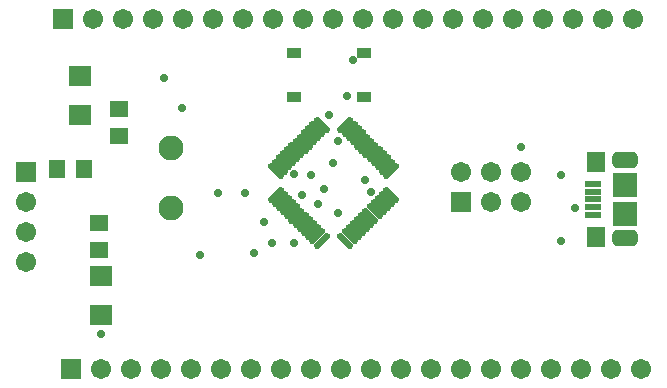
<source format=gts>
G04*
G04 #@! TF.GenerationSoftware,Altium Limited,Altium Designer,22.6.1 (34)*
G04*
G04 Layer_Color=8388736*
%FSLAX44Y44*%
%MOMM*%
G71*
G04*
G04 #@! TF.SameCoordinates,A72CB605-F9DB-4195-8002-294397CB98EC*
G04*
G04*
G04 #@! TF.FilePolarity,Negative*
G04*
G01*
G75*
%ADD25R,1.2032X0.9032*%
%ADD26R,1.8542X1.7272*%
G04:AMPARAMS|DCode=27|XSize=0.4832mm|YSize=1.7632mm|CornerRadius=0.1716mm|HoleSize=0mm|Usage=FLASHONLY|Rotation=45.000|XOffset=0mm|YOffset=0mm|HoleType=Round|Shape=RoundedRectangle|*
%AMROUNDEDRECTD27*
21,1,0.4832,1.4200,0,0,45.0*
21,1,0.1400,1.7632,0,0,45.0*
1,1,0.3432,0.5515,-0.4526*
1,1,0.3432,0.4526,-0.5515*
1,1,0.3432,-0.5515,0.4526*
1,1,0.3432,-0.4526,0.5515*
%
%ADD27ROUNDEDRECTD27*%
G04:AMPARAMS|DCode=28|XSize=0.4832mm|YSize=1.7632mm|CornerRadius=0.1716mm|HoleSize=0mm|Usage=FLASHONLY|Rotation=135.000|XOffset=0mm|YOffset=0mm|HoleType=Round|Shape=RoundedRectangle|*
%AMROUNDEDRECTD28*
21,1,0.4832,1.4200,0,0,135.0*
21,1,0.1400,1.7632,0,0,135.0*
1,1,0.3432,0.4526,0.5515*
1,1,0.3432,0.5515,0.4526*
1,1,0.3432,-0.4526,-0.5515*
1,1,0.3432,-0.5515,-0.4526*
%
%ADD28ROUNDEDRECTD28*%
%ADD29R,1.6002X1.4732*%
%ADD30R,1.4732X1.6002*%
%ADD31R,2.1032X2.1032*%
%ADD32R,1.4500X0.5000*%
%ADD33R,1.6032X1.8032*%
%ADD34C,2.1082*%
%ADD35C,1.7032*%
%ADD36R,1.7032X1.7032*%
G04:AMPARAMS|DCode=37|XSize=2.2032mm|YSize=1.4032mm|CornerRadius=0.4616mm|HoleSize=0mm|Usage=FLASHONLY|Rotation=180.000|XOffset=0mm|YOffset=0mm|HoleType=Round|Shape=RoundedRectangle|*
%AMROUNDEDRECTD37*
21,1,2.2032,0.4800,0,0,180.0*
21,1,1.2800,1.4032,0,0,180.0*
1,1,0.9232,-0.6400,0.2400*
1,1,0.9232,0.6400,0.2400*
1,1,0.9232,0.6400,-0.2400*
1,1,0.9232,-0.6400,-0.2400*
%
%ADD37ROUNDEDRECTD37*%
%ADD38R,1.7032X1.7032*%
%ADD39C,0.7112*%
D25*
X690090Y1012910D02*
D03*
X750090D02*
D03*
X690090Y975910D02*
D03*
X750090D02*
D03*
D26*
X509524Y960120D02*
D03*
Y993140D02*
D03*
X526796Y824230D02*
D03*
Y791210D02*
D03*
D27*
X674898Y913082D02*
D03*
X678433Y916617D02*
D03*
X681969Y920153D02*
D03*
X685504Y923688D02*
D03*
X689040Y927224D02*
D03*
X692575Y930759D02*
D03*
X696111Y934295D02*
D03*
X699646Y937830D02*
D03*
X703182Y941366D02*
D03*
X706717Y944901D02*
D03*
X710253Y948437D02*
D03*
X713788Y951973D02*
D03*
X772903Y892858D02*
D03*
X769367Y889323D02*
D03*
X765831Y885787D02*
D03*
X762296Y882252D02*
D03*
X758760Y878716D02*
D03*
X755225Y875181D02*
D03*
X751689Y871645D02*
D03*
X748154Y868110D02*
D03*
X744618Y864574D02*
D03*
X741083Y861039D02*
D03*
X737547Y857503D02*
D03*
X734012Y853968D02*
D03*
D28*
Y951973D02*
D03*
X737547Y948437D02*
D03*
X741083Y944901D02*
D03*
X744618Y941366D02*
D03*
X748154Y937830D02*
D03*
X751689Y934295D02*
D03*
X755225Y930759D02*
D03*
X758760Y927224D02*
D03*
X762296Y923688D02*
D03*
X765831Y920153D02*
D03*
X769367Y916617D02*
D03*
X772903Y913082D02*
D03*
X713788Y853968D02*
D03*
X710253Y857503D02*
D03*
X706717Y861039D02*
D03*
X703182Y864574D02*
D03*
X699646Y868110D02*
D03*
X696111Y871645D02*
D03*
X692575Y875181D02*
D03*
X689040Y878716D02*
D03*
X685504Y882252D02*
D03*
X681969Y885787D02*
D03*
X678433Y889323D02*
D03*
X674898Y892858D02*
D03*
D29*
X542290Y942340D02*
D03*
Y965200D02*
D03*
X525780Y868680D02*
D03*
Y845820D02*
D03*
D30*
X513080Y914400D02*
D03*
X490220D02*
D03*
D31*
X970360Y876850D02*
D03*
Y900850D02*
D03*
D32*
X943610Y875850D02*
D03*
Y882350D02*
D03*
Y888850D02*
D03*
Y895350D02*
D03*
Y901850D02*
D03*
D33*
X945860Y856850D02*
D03*
Y920850D02*
D03*
D34*
X586740Y881380D02*
D03*
Y932180D02*
D03*
D35*
X882650Y911860D02*
D03*
Y886460D02*
D03*
X857250Y911860D02*
D03*
Y886460D02*
D03*
X831850Y911860D02*
D03*
X520700Y1041400D02*
D03*
X546100D02*
D03*
X571500D02*
D03*
X596900D02*
D03*
X622300D02*
D03*
X647700D02*
D03*
X673100D02*
D03*
X698500D02*
D03*
X723900D02*
D03*
X749300D02*
D03*
X774700D02*
D03*
X800100D02*
D03*
X825500D02*
D03*
X850900D02*
D03*
X876300D02*
D03*
X901700D02*
D03*
X927100D02*
D03*
X952500D02*
D03*
X977900D02*
D03*
X984250Y745490D02*
D03*
X958850D02*
D03*
X933450D02*
D03*
X908050D02*
D03*
X882650D02*
D03*
X857250D02*
D03*
X831850D02*
D03*
X806450D02*
D03*
X781050D02*
D03*
X755650D02*
D03*
X730250D02*
D03*
X704850D02*
D03*
X679450D02*
D03*
X654050D02*
D03*
X628650D02*
D03*
X603250D02*
D03*
X577850D02*
D03*
X552450D02*
D03*
X527050D02*
D03*
X463550Y886460D02*
D03*
Y861060D02*
D03*
Y835660D02*
D03*
D36*
X831850Y886460D02*
D03*
X495300Y1041400D02*
D03*
X501650Y745490D02*
D03*
D37*
X970360Y855850D02*
D03*
Y921850D02*
D03*
D38*
X463550Y911860D02*
D03*
D39*
X580390Y991870D02*
D03*
X527050Y774700D02*
D03*
X648970Y894080D02*
D03*
X690880Y852170D02*
D03*
X595630Y966470D02*
D03*
X740410Y1007110D02*
D03*
X735330Y976630D02*
D03*
X755650Y895350D02*
D03*
X727710Y877570D02*
D03*
Y938530D02*
D03*
X690880Y910590D02*
D03*
X916940Y853440D02*
D03*
X610870Y842010D02*
D03*
X626110Y894080D02*
D03*
X665480Y869950D02*
D03*
X656590Y843280D02*
D03*
X671830Y852170D02*
D03*
X882650Y933450D02*
D03*
X928370Y881380D02*
D03*
X916940Y909320D02*
D03*
X697230Y892810D02*
D03*
X750570Y905510D02*
D03*
X720090Y960120D02*
D03*
X711200Y885190D02*
D03*
X716280Y897890D02*
D03*
X704850Y909320D02*
D03*
X723900Y919480D02*
D03*
M02*

</source>
